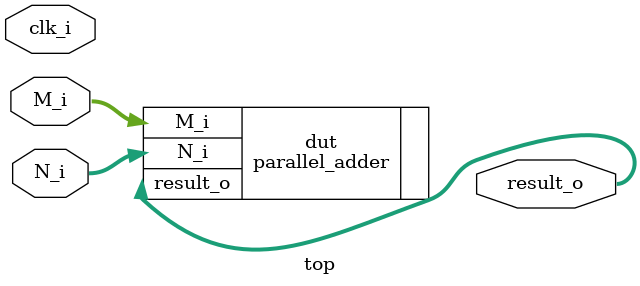
<source format=sv>
/* verilator lint_off UNUSED */
module top (
	//inputs
	input logic clk_i,
	input logic [7:0] M_i,
	input logic [7:0] N_i,
	//outputs
	output logic [8:0] result_o
);
    parallel_adder dut (
    	.M_i      (M_i),
    	.N_i      (N_i),
    	.result_o (result_o)
    );
endmodule : top

</source>
